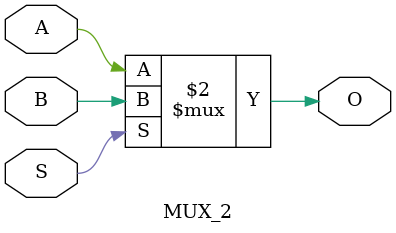
<source format=v>
module MUX_2 (
    A,
    B,
    S,
    O,
);

    input A,B,S;
    output reg O;

    always @(*) begin
        O = S ? B : A;
    end

endmodule
</source>
